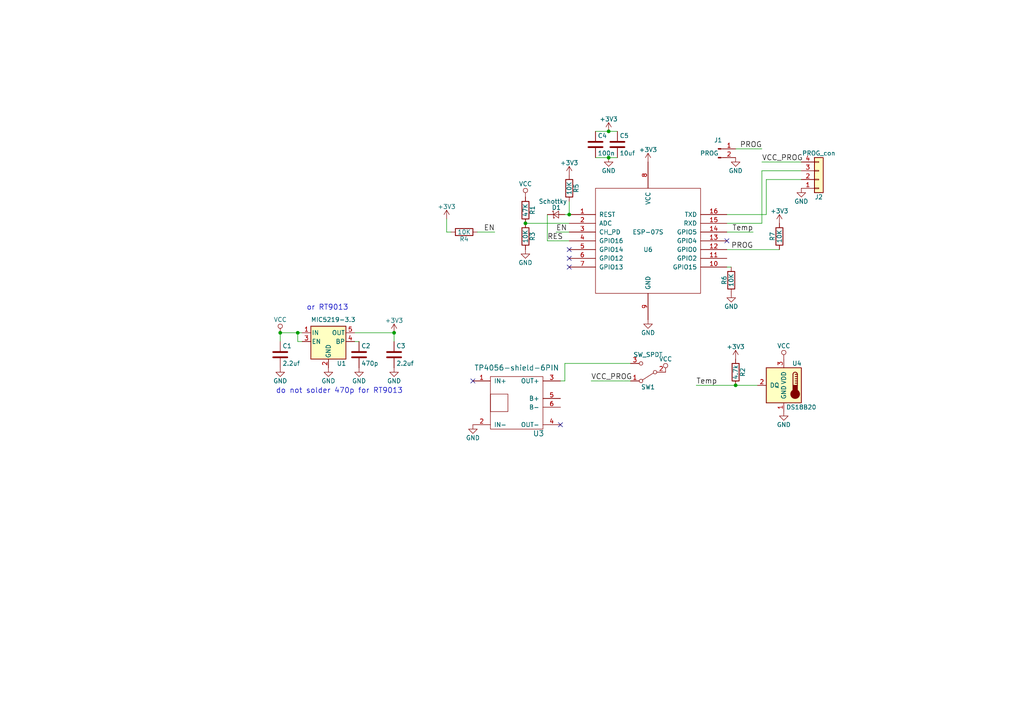
<source format=kicad_sch>
(kicad_sch (version 20230121) (generator eeschema)
  (paper "A4")
  (lib_symbols
    (symbol "TemperatureMonitor-rescue:+3.3V" (power) (pin_names (offset 0))
      (property "Value" "+3.3V" (at 0 3.556 0))
      (symbol "+3.3V_0_1"
        (polyline (pts (xy -0.762 1.27) (xy 0 2.54)))
        (polyline (pts (xy 0 0) (xy 0 2.54)))
        (polyline (pts (xy 0 2.54) (xy 0.762 1.27)))
      )
      (symbol "+3.3V_1_1"
        (pin power_in line (at 0 0 90) (length 0) hide (name "+3V3") (number "1"))
      )
    )
    (symbol "TemperatureMonitor-rescue:C" (pin_numbers hide) (pin_names (offset 0.254))
      (property "Reference" "C" (at 0.635 2.54 0))
      (property "Value" "C" (at 0.635 -2.54 0))
      (symbol "C_0_1"
        (polyline (pts (xy -2.032 -0.762) (xy 2.032 -0.762)) (stroke (width 0.508)))
        (polyline (pts (xy -2.032 0.762) (xy 2.032 0.762)) (stroke (width 0.508)))
      )
      (symbol "C_1_1"
        (pin passive line (at 0 3.81 270) (length 2.794) (name "~") (number "1"))
        (pin passive line (at 0 -3.81 90) (length 2.794) (name "~") (number "2"))
      )
    )
    (symbol "TemperatureMonitor-rescue:Conn_01x02_Male" (pin_names (offset 1.016) hide)
      (property "Reference" "J" (at 0 2.54 0))
      (property "Value" "Conn_01x02_Male" (at 0 -5.08 0))
      (symbol "Conn_01x02_Male_1_1"
        (polyline (pts (xy 1.27 -2.54) (xy 0.8636 -2.54)) (stroke (width 0.1524)))
        (polyline (pts (xy 1.27 0) (xy 0.8636 0)) (stroke (width 0.1524)))
        (rectangle (start 0.8636 -2.413) (end 0 -2.667) (stroke (width 0.1524)) (fill (type outline)))
        (rectangle (start 0.8636 0.127) (end 0 -0.127) (stroke (width 0.1524)) (fill (type outline)))
        (pin passive line (at 5.08 0 180) (length 3.81) (name "Pin_1") (number "1"))
        (pin passive line (at 5.08 -2.54 180) (length 3.81) (name "Pin_2") (number "2"))
      )
    )
    (symbol "TemperatureMonitor-rescue:Conn_01x04" (pin_names (offset 1.016) hide)
      (property "Reference" "J" (at 0 5.08 0))
      (property "Value" "Conn_01x04" (at 0 -7.62 0))
      (symbol "Conn_01x04_1_1"
        (rectangle (start -1.27 -4.953) (end 0 -5.207) (stroke (width 0.1524)))
        (rectangle (start -1.27 -2.413) (end 0 -2.667) (stroke (width 0.1524)))
        (rectangle (start -1.27 0.127) (end 0 -0.127) (stroke (width 0.1524)))
        (rectangle (start -1.27 2.667) (end 0 2.413) (stroke (width 0.1524)))
        (rectangle (start -1.27 3.81) (end 1.27 -6.35) (stroke (width 0.254)) (fill (type background)))
        (pin passive line (at -5.08 2.54 0) (length 3.81) (name "Pin_1") (number "1"))
        (pin passive line (at -5.08 0 0) (length 3.81) (name "Pin_2") (number "2"))
        (pin passive line (at -5.08 -2.54 0) (length 3.81) (name "Pin_3") (number "3"))
        (pin passive line (at -5.08 -5.08 0) (length 3.81) (name "Pin_4") (number "4"))
      )
    )
    (symbol "TemperatureMonitor-rescue:DS18B20" (pin_names (offset 1.016))
      (property "Reference" "U" (at -3.81 6.35 0))
      (property "Value" "DS18B20" (at 6.35 6.35 0))
      (symbol "DS18B20_0_1"
        (rectangle (start -5.08 5.08) (end 5.08 -5.08) (stroke (width 0.254)) (fill (type background)))
        (circle (center -3.302 -2.54) (radius 1.27) (stroke (width 0.254)) (fill (type outline)))
        (rectangle (start -2.667 -1.905) (end -3.937 0) (stroke (width 0.254)) (fill (type outline)))
        (arc (start -2.667 3.175) (mid -3.302 3.8073) (end -3.937 3.175) (stroke (width 0.254)))
        (polyline (pts (xy -3.937 0.635) (xy -3.302 0.635)) (stroke (width 0.254)))
        (polyline (pts (xy -3.937 1.27) (xy -3.302 1.27)) (stroke (width 0.254)))
        (polyline (pts (xy -3.937 1.905) (xy -3.302 1.905)) (stroke (width 0.254)))
        (polyline (pts (xy -3.937 2.54) (xy -3.302 2.54)) (stroke (width 0.254)))
        (polyline (pts (xy -3.937 3.175) (xy -3.937 0)) (stroke (width 0.254)))
        (polyline (pts (xy -3.937 3.175) (xy -3.302 3.175)) (stroke (width 0.254)))
        (polyline (pts (xy -2.667 3.175) (xy -2.667 0)) (stroke (width 0.254)))
      )
      (symbol "DS18B20_1_1"
        (pin power_in line (at 0 -7.62 90) (length 2.54) (name "GND") (number "1"))
        (pin bidirectional line (at 7.62 0 180) (length 2.54) (name "DQ") (number "2"))
        (pin power_in line (at 0 7.62 270) (length 2.54) (name "VDD") (number "3"))
      )
    )
    (symbol "TemperatureMonitor-rescue:D_Schottky_Small" (pin_numbers hide) (pin_names (offset 0.254) hide)
      (property "Reference" "D" (at -1.27 2.032 0))
      (property "Value" "D_Schottky_Small" (at -7.112 -2.032 0))
      (symbol "D_Schottky_Small_0_1"
        (polyline (pts (xy -0.762 -1.016) (xy -0.762 1.016)))
        (polyline (pts (xy -0.762 0) (xy 0.762 0)))
        (polyline (pts (xy -0.762 -1.016) (xy -0.508 -1.016) (xy -0.508 -0.762)))
        (polyline (pts (xy -0.762 1.016) (xy -1.016 1.016) (xy -1.016 0.762)))
        (polyline (pts (xy 0.762 -1.016) (xy -0.762 0) (xy 0.762 1.016) (xy 0.762 -1.016)))
      )
      (symbol "D_Schottky_Small_1_1"
        (pin passive line (at -2.54 0 0) (length 1.778) (name "K") (number "1"))
        (pin passive line (at 2.54 0 180) (length 1.778) (name "A") (number "2"))
      )
    )
    (symbol "TemperatureMonitor-rescue:ESP-07S" (pin_names (offset 1.016))
      (property "Reference" "U" (at 0 -2.54 0))
      (property "Value" "ESP-07S" (at 0 2.54 0))
      (symbol "ESP-07S_1_0"
        (rectangle (start -15.24 -15.24) (end 15.24 15.24))
      )
      (symbol "ESP-07S_1_1"
        (pin input line (at -22.86 7.62 0) (length 7.62) (name "REST") (number "1"))
        (pin bidirectional line (at 22.86 -7.62 180) (length 7.62) (name "GPIO15") (number "10"))
        (pin bidirectional line (at 22.86 -5.08 180) (length 7.62) (name "GPIO2") (number "11"))
        (pin bidirectional line (at 22.86 -2.54 180) (length 7.62) (name "GPIO0") (number "12"))
        (pin bidirectional line (at 22.86 0 180) (length 7.62) (name "GPIO4") (number "13"))
        (pin bidirectional line (at 22.86 2.54 180) (length 7.62) (name "GPIO5") (number "14"))
        (pin input line (at 22.86 5.08 180) (length 7.62) (name "RXD") (number "15"))
        (pin output line (at 22.86 7.62 180) (length 7.62) (name "TXD") (number "16"))
        (pin passive line (at -22.86 5.08 0) (length 7.62) (name "ADC") (number "2"))
        (pin input line (at -22.86 2.54 0) (length 7.62) (name "CH_PD") (number "3"))
        (pin bidirectional line (at -22.86 0 0) (length 7.62) (name "GPIO16") (number "4"))
        (pin bidirectional line (at -22.86 -2.54 0) (length 7.62) (name "GPIO14") (number "5"))
        (pin bidirectional line (at -22.86 -5.08 0) (length 7.62) (name "GPIO12") (number "6"))
        (pin bidirectional line (at -22.86 -7.62 0) (length 7.62) (name "GPIO13") (number "7"))
        (pin power_in line (at 0 22.86 270) (length 7.62) (name "VCC") (number "8"))
        (pin power_in line (at 0 -22.86 90) (length 7.62) (name "GND") (number "9"))
      )
    )
    (symbol "TemperatureMonitor-rescue:GND" (power) (pin_names (offset 0))
      (property "Value" "GND" (at 0 -3.81 0))
      (symbol "GND_0_1"
        (polyline (pts (xy 0 0) (xy 0 -1.27) (xy 1.27 -1.27) (xy 0 -2.54) (xy -1.27 -1.27) (xy 0 -1.27)))
      )
      (symbol "GND_1_1"
        (pin power_in line (at 0 0 270) (length 0) hide (name "GND") (number "1"))
      )
    )
    (symbol "TemperatureMonitor-rescue:MIC5219-3.0" (pin_names (offset 0.254))
      (property "Reference" "U" (at -3.81 5.715 0))
      (property "Value" "MIC5219-3.0" (at 0 5.715 0))
      (symbol "MIC5219-3.0_0_1"
        (rectangle (start -5.08 4.445) (end 5.08 -5.08) (stroke (width 0.254)) (fill (type background)))
      )
      (symbol "MIC5219-3.0_1_1"
        (pin power_in line (at -7.62 2.54 0) (length 2.54) (name "IN") (number "1"))
        (pin power_in line (at 0 -7.62 90) (length 2.54) (name "GND") (number "2"))
        (pin input line (at -7.62 0 0) (length 2.54) (name "EN") (number "3"))
        (pin input line (at 7.62 0 180) (length 2.54) (name "BP") (number "4"))
        (pin power_out line (at 7.62 2.54 180) (length 2.54) (name "OUT") (number "5"))
      )
    )
    (symbol "TemperatureMonitor-rescue:R" (pin_numbers hide) (pin_names (offset 0))
      (property "Reference" "R" (at 2.032 0 90))
      (property "Value" "R" (at 0 0 90))
      (symbol "R_0_1"
        (rectangle (start -1.016 -2.54) (end 1.016 2.54) (stroke (width 0.254)))
      )
      (symbol "R_1_1"
        (pin passive line (at 0 3.81 270) (length 1.27) (name "~") (number "1"))
        (pin passive line (at 0 -3.81 90) (length 1.27) (name "~") (number "2"))
      )
    )
    (symbol "TemperatureMonitor-rescue:SW_SPDT" (pin_names (offset 0) hide)
      (property "Reference" "SW" (at 0 4.318 0))
      (property "Value" "SW_SPDT" (at 0 -5.08 0))
      (symbol "SW_SPDT_0_0"
        (circle (center -2.032 0) (radius 0.508))
        (circle (center 2.032 -2.54) (radius 0.508))
      )
      (symbol "SW_SPDT_0_1"
        (polyline (pts (xy -1.524 0.254) (xy 1.651 2.286)))
        (circle (center 2.032 2.54) (radius 0.508))
      )
      (symbol "SW_SPDT_1_1"
        (pin passive line (at 5.08 2.54 180) (length 2.54) (name "A") (number "1"))
        (pin passive line (at -5.08 0 0) (length 2.54) (name "B") (number "2"))
        (pin passive line (at 5.08 -2.54 180) (length 2.54) (name "C") (number "3"))
      )
    )
    (symbol "TemperatureMonitor-rescue:TP4056-shield-6PIN" (pin_names (offset 1.016))
      (property "Reference" "U" (at 7.62 -8.89 0))
      (property "Value" "TP4056-shield-6PIN" (at 1.27 10.16 0))
      (symbol "TP4056-shield-6PIN_0_1"
        (rectangle (start -6.35 2.54) (end -1.27 -2.54))
        (rectangle (start 8.89 7.62) (end -6.35 -7.62))
      )
      (symbol "TP4056-shield-6PIN_1_1"
        (pin power_out line (at -11.43 6.35 0) (length 5.08) (name "IN+") (number "1"))
        (pin power_out line (at -11.43 -6.35 0) (length 5.08) (name "IN-") (number "2"))
        (pin power_out line (at 13.97 6.35 180) (length 5.08) (name "OUT+") (number "3"))
        (pin power_out line (at 13.97 -6.35 180) (length 5.08) (name "OUT-") (number "4"))
        (pin power_out line (at 13.97 1.27 180) (length 5.08) (name "B+") (number "5"))
        (pin power_out line (at 13.97 -1.27 180) (length 5.08) (name "B-") (number "6"))
      )
    )
    (symbol "TemperatureMonitor-rescue:VCC" (power) (pin_names (offset 0))
      (property "Value" "VCC" (at 0 3.81 0))
      (symbol "VCC_0_1"
        (polyline (pts (xy 0 0) (xy 0 1.27)))
        (circle (center 0 1.905) (radius 0.635))
      )
      (symbol "VCC_1_1"
        (pin power_in line (at 0 0 90) (length 0) hide (name "VCC") (number "1"))
      )
    )
  )
  (junction (at 213.36 111.76))
  (junction (at 114.3 96.52))
  (junction (at 86.36 96.52))
  (junction (at 176.53 45.72))
  (junction (at 176.53 38.1))
  (junction (at 81.28 96.52))
  (junction (at 165.1 62.23))
  (junction (at 152.4 64.77))
  (no_connect (at 162.56 123.19))
  (no_connect (at 165.1 72.39))
  (no_connect (at 165.1 74.93))
  (no_connect (at 137.16 110.49))
  (no_connect (at 165.1 77.47))
  (no_connect (at 210.82 69.85))
  (wire (pts (xy 210.82 67.31) (xy 218.44 67.31)))
  (wire (pts (xy 222.25 62.23) (xy 222.25 52.07)))
  (wire (pts (xy 210.82 64.77) (xy 220.98 64.77)))
  (wire (pts (xy 138.43 67.31) (xy 143.51 67.31)))
  (wire (pts (xy 213.36 111.76) (xy 219.71 111.76)))
  (wire (pts (xy 176.53 45.72) (xy 179.07 45.72)))
  (wire (pts (xy 220.98 64.77) (xy 220.98 49.53)))
  (wire (pts (xy 210.82 62.23) (xy 222.25 62.23)))
  (wire (pts (xy 210.82 72.39) (xy 226.06 72.39)))
  (wire (pts (xy 182.88 110.49) (xy 171.45 110.49)))
  (wire (pts (xy 165.1 69.85) (xy 158.75 69.85)))
  (wire (pts (xy 86.36 96.52) (xy 87.63 96.52)))
  (wire (pts (xy 220.98 49.53) (xy 232.41 49.53)))
  (wire (pts (xy 152.4 64.77) (xy 165.1 64.77)))
  (wire (pts (xy 222.25 52.07) (xy 232.41 52.07)))
  (wire (pts (xy 232.41 46.99) (xy 220.98 46.99)))
  (wire (pts (xy 163.83 110.49) (xy 163.83 105.41)))
  (wire (pts (xy 201.93 111.76) (xy 213.36 111.76)))
  (wire (pts (xy 163.83 62.23) (xy 165.1 62.23)))
  (wire (pts (xy 158.75 69.85) (xy 158.75 62.23)))
  (wire (pts (xy 86.36 99.06) (xy 86.36 96.52)))
  (wire (pts (xy 114.3 96.52) (xy 102.87 96.52)))
  (wire (pts (xy 81.28 96.52) (xy 81.28 99.06)))
  (wire (pts (xy 114.3 99.06) (xy 114.3 96.52)))
  (wire (pts (xy 102.87 99.06) (xy 104.14 99.06)))
  (wire (pts (xy 163.83 105.41) (xy 182.88 105.41)))
  (wire (pts (xy 213.36 43.18) (xy 220.98 43.18)))
  (wire (pts (xy 176.53 38.1) (xy 179.07 38.1)))
  (wire (pts (xy 210.82 77.47) (xy 212.09 77.47)))
  (wire (pts (xy 130.81 67.31) (xy 129.54 67.31)))
  (wire (pts (xy 165.1 67.31) (xy 161.29 67.31)))
  (wire (pts (xy 165.1 62.23) (xy 165.1 58.42)))
  (wire (pts (xy 129.54 67.31) (xy 129.54 63.5)))
  (wire (pts (xy 163.83 110.49) (xy 162.56 110.49)))
  (wire (pts (xy 87.63 99.06) (xy 86.36 99.06)))
  (wire (pts (xy 172.72 45.72) (xy 176.53 45.72)))
  (wire (pts (xy 172.72 38.1) (xy 176.53 38.1)))
  (wire (pts (xy 81.28 96.52) (xy 86.36 96.52)))
  (text "do not solder 470p for RT9013" (at 80.01 114.3 0) (effects (font (size 1.524 1.524)) (justify left bottom)))
  (text "or RT9013" (at 88.9 90.17 0) (effects (font (size 1.524 1.524)) (justify left bottom)))
  (label "VCC_PROG" (at 220.98 46.99 0) (effects (font (size 1.524 1.524))))
  (label "VCC_PROG" (at 171.45 110.49 0) (effects (font (size 1.524 1.524))))
  (label "Temp" (at 201.93 111.76 0) (effects (font (size 1.524 1.524))))
  (label "PROG" (at 220.98 43.18 180) (effects (font (size 1.524 1.524))))
  (label "Temp" (at 218.44 67.31 180) (effects (font (size 1.524 1.524))))
  (label "PROG" (at 218.44 72.39 180) (effects (font (size 1.524 1.524))))
  (label "EN" (at 161.29 67.31 0) (effects (font (size 1.524 1.524))))
  (label "RES" (at 158.75 69.85 0) (effects (font (size 1.524 1.524))))
  (label "EN" (at 143.51 67.31 180) (effects (font (size 1.524 1.524))))
  (symbol (lib_id "TemperatureMonitor-rescue:+3.3V") (at 114.3 96.52 0) (unit 1)
    (property "Reference" "#PWR5" (effects hide))
    (property "Value" "+3.3V" (at 114.3 92.964 0))
  )
  (symbol (lib_id "TemperatureMonitor-rescue:GND") (at 95.25 106.68 0) (unit 1)
    (property "Reference" "#PWR3" (effects hide))
    (property "Value" "GND" (at 95.25 110.49 0))
  )
  (symbol (lib_id "TemperatureMonitor-rescue:MIC5219-3.0") (at 95.25 99.06 0) (unit 1)
    (property "Reference" "U1" (at 99.06 105.41 0))
    (property "Value" "MIC5219-3.3" (at 90.17 92.71 0) (effects (justify left)))
    (property "Footprint" "TO_SOT_Packages_SMD:SOT-23-5" (effects hide))
  )
  (symbol (lib_id "TemperatureMonitor-rescue:C") (at 104.14 102.87 0) (unit 1)
    (property "Reference" "C2" (at 104.775 100.33 0) (effects (justify left)))
    (property "Value" "470p" (at 104.775 105.41 0) (effects (justify left)))
    (property "Footprint" "Capacitors_SMD:C_0603" (effects hide))
  )
  (symbol (lib_id "TemperatureMonitor-rescue:GND") (at 104.14 106.68 0) (unit 1)
    (property "Reference" "#PWR4" (effects hide))
    (property "Value" "GND" (at 104.14 110.49 0))
  )
  (symbol (lib_id "TemperatureMonitor-rescue:C") (at 114.3 102.87 0) (unit 1)
    (property "Reference" "C3" (at 114.935 100.33 0) (effects (justify left)))
    (property "Value" "2.2uf" (at 114.935 105.41 0) (effects (justify left)))
    (property "Footprint" "Capacitors_SMD:C_0805" (effects hide))
  )
  (symbol (lib_id "TemperatureMonitor-rescue:GND") (at 114.3 106.68 0) (unit 1)
    (property "Reference" "#PWR6" (effects hide))
    (property "Value" "GND" (at 114.3 110.49 0))
  )
  (symbol (lib_id "TemperatureMonitor-rescue:C") (at 81.28 102.87 0) (unit 1)
    (property "Reference" "C1" (at 81.915 100.33 0) (effects (justify left)))
    (property "Value" "2.2uf" (at 81.915 105.41 0) (effects (justify left)))
    (property "Footprint" "Capacitors_SMD:C_0805" (effects hide))
  )
  (symbol (lib_id "TemperatureMonitor-rescue:GND") (at 81.28 106.68 0) (unit 1)
    (property "Reference" "#PWR2" (effects hide))
    (property "Value" "GND" (at 81.28 110.49 0))
  )
  (symbol (lib_id "TemperatureMonitor-rescue:R") (at 213.36 107.95 0) (unit 1)
    (property "Reference" "R2" (at 215.392 107.95 90))
    (property "Value" "4.7k" (at 213.36 107.95 90))
    (property "Footprint" "Resistors_SMD:R_0603" (effects hide))
  )
  (symbol (lib_id "TemperatureMonitor-rescue:+3.3V") (at 213.36 104.14 0) (unit 1)
    (property "Reference" "#PWR19" (effects hide))
    (property "Value" "+3.3V" (at 213.36 100.584 0))
  )
  (symbol (lib_id "TemperatureMonitor-rescue:R") (at 152.4 60.96 0) (unit 1)
    (property "Reference" "R1" (at 154.432 60.96 90))
    (property "Value" "47K" (at 152.4 60.96 90))
    (property "Footprint" "Resistors_SMD:R_0603" (effects hide))
  )
  (symbol (lib_id "TemperatureMonitor-rescue:DS18B20") (at 227.33 111.76 0) (mirror y) (unit 1)
    (property "Reference" "U4" (at 231.14 105.41 0))
    (property "Value" "DS18B20" (at 232.41 118.11 0))
    (property "Footprint" "TO_SOT_Packages_THT:TO-92_Inline_Narrow_Oval" (effects hide))
  )
  (symbol (lib_id "TemperatureMonitor-rescue:GND") (at 227.33 119.38 0) (unit 1)
    (property "Reference" "#PWR22" (effects hide))
    (property "Value" "GND" (at 227.33 123.19 0))
  )
  (symbol (lib_id "TemperatureMonitor-rescue:TP4056-shield-6PIN") (at 148.59 116.84 0) (unit 1)
    (property "Reference" "U3" (at 156.21 125.73 0) (effects (font (size 1.524 1.524))))
    (property "Value" "TP4056-shield-6PIN" (at 149.86 106.68 0) (effects (font (size 1.524 1.524))))
    (property "Footprint" "KiCadCustomLibs:TP4056-shield-6PIN" (effects hide))
  )
  (symbol (lib_id "TemperatureMonitor-rescue:GND") (at 137.16 123.19 0) (unit 1)
    (property "Reference" "#PWR8" (effects hide))
    (property "Value" "GND" (at 137.16 127 0))
  )
  (symbol (lib_id "TemperatureMonitor-rescue:VCC") (at 193.04 107.95 0) (unit 1)
    (property "Reference" "#PWR16" (effects hide))
    (property "Value" "VCC" (at 193.04 104.14 0))
  )
  (symbol (lib_id "TemperatureMonitor-rescue:VCC") (at 227.33 104.14 0) (unit 1)
    (property "Reference" "#PWR21" (effects hide))
    (property "Value" "VCC" (at 227.33 100.33 0))
  )
  (symbol (lib_id "TemperatureMonitor-rescue:VCC") (at 81.28 96.52 0) (unit 1)
    (property "Reference" "#PWR1" (effects hide))
    (property "Value" "VCC" (at 81.28 92.71 0))
  )
  (symbol (lib_id "TemperatureMonitor-rescue:R") (at 152.4 68.58 0) (unit 1)
    (property "Reference" "R3" (at 154.432 68.58 90))
    (property "Value" "10K" (at 152.4 68.58 90))
    (property "Footprint" "Resistors_SMD:R_0603" (effects hide))
  )
  (symbol (lib_id "TemperatureMonitor-rescue:GND") (at 152.4 72.39 0) (unit 1)
    (property "Reference" "#PWR10" (effects hide))
    (property "Value" "GND" (at 152.4 76.2 0))
  )
  (symbol (lib_id "TemperatureMonitor-rescue:VCC") (at 152.4 57.15 0) (unit 1)
    (property "Reference" "#PWR9" (effects hide))
    (property "Value" "VCC" (at 152.4 53.34 0))
  )
  (symbol (lib_id "TemperatureMonitor-rescue:+3.3V") (at 187.96 46.99 0) (unit 1)
    (property "Reference" "#PWR14" (effects hide))
    (property "Value" "+3.3V" (at 187.96 43.434 0))
  )
  (symbol (lib_id "TemperatureMonitor-rescue:ESP-07S") (at 187.96 69.85 0) (unit 1)
    (property "Reference" "U6" (at 187.96 72.39 0))
    (property "Value" "ESP-07S" (at 187.96 67.31 0))
    (property "Footprint" "KiCadCustomLibs:ESP-07S" (effects hide))
  )
  (symbol (lib_id "TemperatureMonitor-rescue:GND") (at 187.96 92.71 0) (unit 1)
    (property "Reference" "#PWR15" (effects hide))
    (property "Value" "GND" (at 187.96 96.52 0))
  )
  (symbol (lib_id "TemperatureMonitor-rescue:D_Schottky_Small") (at 161.29 62.23 0) (unit 1)
    (property "Reference" "D1" (at 160.02 60.198 0) (effects (justify left)))
    (property "Value" "Schottky" (at 156.21 58.42 0) (effects (justify left)))
    (property "Footprint" "Diodes_SMD:D_SOD-523" (effects hide))
  )
  (symbol (lib_id "TemperatureMonitor-rescue:R") (at 134.62 67.31 270) (unit 1)
    (property "Reference" "R4" (at 134.62 69.342 90))
    (property "Value" "10K" (at 134.62 67.31 90))
    (property "Footprint" "Resistors_SMD:R_0603" (effects hide))
  )
  (symbol (lib_id "TemperatureMonitor-rescue:R") (at 165.1 54.61 0) (unit 1)
    (property "Reference" "R5" (at 167.132 54.61 90))
    (property "Value" "10K" (at 165.1 54.61 90))
    (property "Footprint" "Resistors_SMD:R_0603" (effects hide))
  )
  (symbol (lib_id "TemperatureMonitor-rescue:+3.3V") (at 165.1 50.8 0) (unit 1)
    (property "Reference" "#PWR11" (effects hide))
    (property "Value" "+3.3V" (at 165.1 47.244 0))
  )
  (symbol (lib_id "TemperatureMonitor-rescue:+3.3V") (at 129.54 63.5 0) (unit 1)
    (property "Reference" "#PWR7" (effects hide))
    (property "Value" "+3.3V" (at 129.54 59.944 0))
  )
  (symbol (lib_id "TemperatureMonitor-rescue:R") (at 212.09 81.28 180) (unit 1)
    (property "Reference" "R6" (at 210.058 81.28 90))
    (property "Value" "10K" (at 212.09 81.28 90))
    (property "Footprint" "Resistors_SMD:R_0603" (effects hide))
  )
  (symbol (lib_id "TemperatureMonitor-rescue:GND") (at 212.09 85.09 0) (unit 1)
    (property "Reference" "#PWR17" (effects hide))
    (property "Value" "GND" (at 212.09 88.9 0))
  )
  (symbol (lib_id "TemperatureMonitor-rescue:C") (at 179.07 41.91 0) (unit 1)
    (property "Reference" "C5" (at 179.705 39.37 0) (effects (justify left)))
    (property "Value" "10uf" (at 179.705 44.45 0) (effects (justify left)))
    (property "Footprint" "Capacitors_SMD:C_0805" (effects hide))
  )
  (symbol (lib_id "TemperatureMonitor-rescue:C") (at 172.72 41.91 0) (unit 1)
    (property "Reference" "C4" (at 173.355 39.37 0) (effects (justify left)))
    (property "Value" "100n" (at 173.355 44.45 0) (effects (justify left)))
    (property "Footprint" "Capacitors_SMD:C_0603" (effects hide))
  )
  (symbol (lib_id "TemperatureMonitor-rescue:+3.3V") (at 176.53 38.1 0) (unit 1)
    (property "Reference" "#PWR12" (effects hide))
    (property "Value" "+3.3V" (at 176.53 34.544 0))
  )
  (symbol (lib_id "TemperatureMonitor-rescue:GND") (at 176.53 45.72 0) (unit 1)
    (property "Reference" "#PWR13" (effects hide))
    (property "Value" "GND" (at 176.53 49.53 0))
  )
  (symbol (lib_id "TemperatureMonitor-rescue:Conn_01x02_Male") (at 208.28 43.18 0) (unit 1)
    (property "Reference" "J1" (at 208.28 40.64 0))
    (property "Value" "PROG" (at 205.74 44.45 0))
    (property "Footprint" "Pin_Headers:Pin_Header_Straight_1x02_Pitch2.54mm" (effects hide))
  )
  (symbol (lib_id "TemperatureMonitor-rescue:GND") (at 213.36 45.72 0) (unit 1)
    (property "Reference" "#PWR18" (effects hide))
    (property "Value" "GND" (at 213.36 49.53 0))
  )
  (symbol (lib_id "TemperatureMonitor-rescue:Conn_01x04") (at 237.49 52.07 0) (mirror x) (unit 1)
    (property "Reference" "J2" (at 237.49 57.15 0))
    (property "Value" "PROG_con" (at 237.49 44.45 0))
    (property "Footprint" "Pin_Headers:Pin_Header_Straight_1x04_Pitch2.54mm" (effects hide))
  )
  (symbol (lib_id "TemperatureMonitor-rescue:GND") (at 232.41 54.61 0) (unit 1)
    (property "Reference" "#PWR23" (effects hide))
    (property "Value" "GND" (at 232.41 58.42 0))
  )
  (symbol (lib_id "TemperatureMonitor-rescue:SW_SPDT") (at 187.96 107.95 180) (unit 1)
    (property "Reference" "SW1" (at 187.96 112.268 0))
    (property "Value" "SW_SPDT" (at 187.96 102.87 0))
    (property "Footprint" "KiCadCustomLibs:SK12D07VG3" (effects hide))
  )
  (symbol (lib_id "TemperatureMonitor-rescue:R") (at 226.06 68.58 180) (unit 1)
    (property "Reference" "R7" (at 224.028 68.58 90))
    (property "Value" "10K" (at 226.06 68.58 90))
    (property "Footprint" "Resistors_SMD:R_0603" (effects hide))
  )
  (symbol (lib_id "TemperatureMonitor-rescue:+3.3V") (at 226.06 64.77 0) (unit 1)
    (property "Reference" "#PWR20" (effects hide))
    (property "Value" "+3.3V" (at 226.06 61.214 0))
  )
)
</source>
